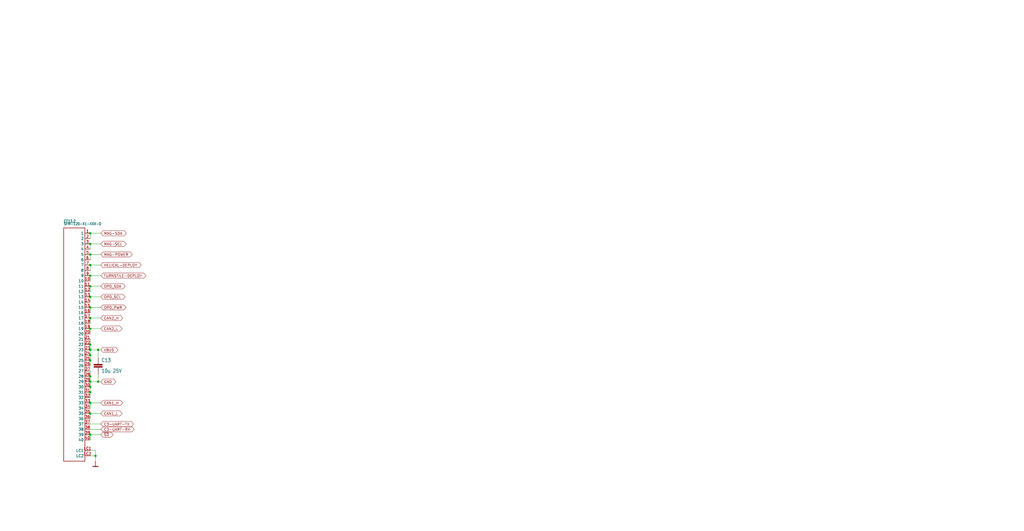
<source format=kicad_sch>
(kicad_sch (version 20211123) (generator eeschema)
  (paper "User" 490.22 254.406)
  (lib_symbols
    (symbol "oresat-backplane-2u-eagle-import:GND" (power)
      (symbol "GND_1_0"
        (polyline (pts (xy -1.27 -2.54) (xy 1.27 -2.54)) (stroke (width 0.4064)))
        (pin power_in line (at 0 0 270) (length 2.54) (name "GND") (number "1"))
      )
    )
    (symbol "oresat-backplane-2u-eagle-import:SFM-120-X1-XXX-D"
      (property "Reference" "J" (at -2.54 50.8 0))
      (property "Value" "SFM-120-X1-XXX-D" (at -2.54 49.53 0))
      (symbol "SFM-120-X1-XXX-D_1_0"
        (polyline (pts (xy -2.54 -63.5) (xy -2.54 48.26)) (stroke (width 0.254)))
        (polyline (pts (xy -2.54 48.26) (xy 7.62 48.26)) (stroke (width 0.254)))
        (polyline (pts (xy 7.62 -63.5) (xy -2.54 -63.5)) (stroke (width 0.254)))
        (polyline (pts (xy 7.62 48.26) (xy 7.62 -63.5)) (stroke (width 0.254)))
        (pin passive line (at 10.16 45.72 180) (length 2.54) (name "1") (number "1"))
        (pin passive line (at 10.16 22.86 180) (length 2.54) (name "10") (number "10"))
        (pin passive line (at 10.16 20.32 180) (length 2.54) (name "11") (number "11"))
        (pin passive line (at 10.16 17.78 180) (length 2.54) (name "12") (number "12"))
        (pin passive line (at 10.16 15.24 180) (length 2.54) (name "13") (number "13"))
        (pin passive line (at 10.16 12.7 180) (length 2.54) (name "14") (number "14"))
        (pin passive line (at 10.16 10.16 180) (length 2.54) (name "15") (number "15"))
        (pin passive line (at 10.16 7.62 180) (length 2.54) (name "16") (number "16"))
        (pin passive line (at 10.16 5.08 180) (length 2.54) (name "17") (number "17"))
        (pin passive line (at 10.16 2.54 180) (length 2.54) (name "18") (number "18"))
        (pin passive line (at 10.16 0 180) (length 2.54) (name "19") (number "19"))
        (pin passive line (at 10.16 43.18 180) (length 2.54) (name "2") (number "2"))
        (pin passive line (at 10.16 -2.54 180) (length 2.54) (name "20") (number "20"))
        (pin passive line (at 10.16 -5.08 180) (length 2.54) (name "21") (number "21"))
        (pin passive line (at 10.16 -7.62 180) (length 2.54) (name "22") (number "22"))
        (pin passive line (at 10.16 -10.16 180) (length 2.54) (name "23") (number "23"))
        (pin passive line (at 10.16 -12.7 180) (length 2.54) (name "24") (number "24"))
        (pin passive line (at 10.16 -15.24 180) (length 2.54) (name "25") (number "25"))
        (pin passive line (at 10.16 -17.78 180) (length 2.54) (name "26") (number "26"))
        (pin passive line (at 10.16 -20.32 180) (length 2.54) (name "27") (number "27"))
        (pin passive line (at 10.16 -22.86 180) (length 2.54) (name "28") (number "28"))
        (pin passive line (at 10.16 -25.4 180) (length 2.54) (name "29") (number "29"))
        (pin passive line (at 10.16 40.64 180) (length 2.54) (name "3") (number "3"))
        (pin passive line (at 10.16 -27.94 180) (length 2.54) (name "30") (number "30"))
        (pin passive line (at 10.16 -30.48 180) (length 2.54) (name "31") (number "31"))
        (pin passive line (at 10.16 -33.02 180) (length 2.54) (name "32") (number "32"))
        (pin passive line (at 10.16 -35.56 180) (length 2.54) (name "33") (number "33"))
        (pin passive line (at 10.16 -38.1 180) (length 2.54) (name "34") (number "34"))
        (pin passive line (at 10.16 -40.64 180) (length 2.54) (name "35") (number "35"))
        (pin passive line (at 10.16 -43.18 180) (length 2.54) (name "36") (number "36"))
        (pin passive line (at 10.16 -45.72 180) (length 2.54) (name "37") (number "37"))
        (pin passive line (at 10.16 -48.26 180) (length 2.54) (name "38") (number "38"))
        (pin passive line (at 10.16 -50.8 180) (length 2.54) (name "39") (number "39"))
        (pin passive line (at 10.16 38.1 180) (length 2.54) (name "4") (number "4"))
        (pin passive line (at 10.16 -53.34 180) (length 2.54) (name "40") (number "40"))
        (pin passive line (at 10.16 35.56 180) (length 2.54) (name "5") (number "5"))
        (pin passive line (at 10.16 33.02 180) (length 2.54) (name "6") (number "6"))
        (pin passive line (at 10.16 30.48 180) (length 2.54) (name "7") (number "7"))
        (pin passive line (at 10.16 27.94 180) (length 2.54) (name "8") (number "8"))
        (pin passive line (at 10.16 25.4 180) (length 2.54) (name "9") (number "9"))
        (pin passive line (at 10.16 -58.42 180) (length 2.54) (name "LC1") (number "LC1"))
        (pin passive line (at 10.16 -60.96 180) (length 2.54) (name "LC2") (number "LC2"))
      )
    )
    (symbol "oresat0-1u-backplane-eagle-import:C-EU1206-B"
      (property "Reference" "C" (at 1.524 0.381 0))
      (property "Value" "C-EU1206-B" (at 1.524 -4.699 0))
      (symbol "C-EU1206-B_1_0"
        (rectangle (start -2.032 -2.032) (end 2.032 -1.524) (fill (type outline)))
        (rectangle (start -2.032 -1.016) (end 2.032 -0.508) (fill (type outline)))
        (polyline (pts (xy 0 -2.54) (xy 0 -2.032)) (stroke (width 0.1524)))
        (polyline (pts (xy 0 0) (xy 0 -0.508)) (stroke (width 0.1524)))
        (pin passive line (at 0 2.54 270) (length 2.54) (name "1") (number "1"))
        (pin passive line (at 0 -5.08 90) (length 2.54) (name "2") (number "2"))
      )
    )
  )
  (junction (at 46.99 167.64))
  (junction (at 43.18 152.4))
  (junction (at 43.18 198.12))
  (junction (at 45.72 218.44))
  (junction (at 43.18 127))
  (junction (at 43.18 137.16))
  (junction (at 43.18 208.28))
  (junction (at 43.18 165.1))
  (junction (at 43.18 157.48))
  (junction (at 43.18 193.04))
  (junction (at 43.18 142.24))
  (junction (at 43.18 111.76))
  (junction (at 43.18 167.64))
  (junction (at 43.18 170.18))
  (junction (at 43.18 180.34))
  (junction (at 43.18 116.84))
  (junction (at 43.18 132.08))
  (junction (at 43.18 147.32))
  (junction (at 43.18 182.88))
  (junction (at 43.18 121.92))
  (junction (at 46.99 182.88))
  (junction (at 43.18 172.72))
  (junction (at 43.18 185.42))
  (junction (at 43.18 187.96))
  (wire (pts (xy 48.26 167.64) (xy 46.99 167.64)))
  (wire (pts (xy 46.99 167.64) (xy 43.18 167.64)))
  (wire (pts (xy 43.18 215.9) (xy 45.72 215.9)))
  (wire (pts (xy 43.18 152.4) (xy 43.18 154.94)))
  (wire (pts (xy 43.18 157.48) (xy 43.18 160.02)))
  (wire (pts (xy 43.18 111.76) (xy 48.26 111.76)))
  (wire (pts (xy 48.26 142.24) (xy 43.18 142.24)))
  (wire (pts (xy 48.26 157.48) (xy 43.18 157.48)))
  (wire (pts (xy 43.18 170.18) (xy 43.18 172.72)))
  (wire (pts (xy 43.18 132.08) (xy 43.18 134.62)))
  (wire (pts (xy 43.18 172.72) (xy 43.18 175.26)))
  (wire (pts (xy 48.26 182.88) (xy 46.99 182.88)))
  (wire (pts (xy 43.18 152.4) (xy 48.26 152.4)))
  (wire (pts (xy 43.18 177.8) (xy 43.18 180.34)))
  (wire (pts (xy 43.18 137.16) (xy 43.18 139.7)))
  (wire (pts (xy 48.26 147.32) (xy 43.18 147.32)))
  (wire (pts (xy 43.18 182.88) (xy 43.18 185.42)))
  (wire (pts (xy 43.18 187.96) (xy 43.18 190.5)))
  (wire (pts (xy 43.18 218.44) (xy 45.72 218.44)))
  (wire (pts (xy 48.26 203.2) (xy 43.18 203.2)))
  (wire (pts (xy 48.26 132.08) (xy 43.18 132.08)))
  (wire (pts (xy 43.18 162.56) (xy 43.18 165.1)))
  (wire (pts (xy 43.18 121.92) (xy 43.18 124.46)))
  (wire (pts (xy 43.18 111.76) (xy 43.18 114.3)))
  (wire (pts (xy 46.99 182.88) (xy 43.18 182.88)))
  (wire (pts (xy 45.72 215.9) (xy 45.72 218.44)))
  (wire (pts (xy 43.18 116.84) (xy 43.18 119.38)))
  (wire (pts (xy 43.18 116.84) (xy 48.26 116.84)))
  (wire (pts (xy 43.18 198.12) (xy 43.18 200.66)))
  (wire (pts (xy 43.18 167.64) (xy 43.18 170.18)))
  (wire (pts (xy 43.18 180.34) (xy 43.18 182.88)))
  (wire (pts (xy 43.18 121.92) (xy 48.26 121.92)))
  (wire (pts (xy 48.26 193.04) (xy 43.18 193.04)))
  (wire (pts (xy 43.18 127) (xy 43.18 129.54)))
  (wire (pts (xy 48.26 137.16) (xy 43.18 137.16)))
  (wire (pts (xy 43.18 165.1) (xy 43.18 167.64)))
  (wire (pts (xy 43.18 127) (xy 48.26 127)))
  (wire (pts (xy 43.18 185.42) (xy 43.18 187.96)))
  (wire (pts (xy 43.18 147.32) (xy 43.18 149.86)))
  (wire (pts (xy 45.72 218.44) (xy 45.72 220.98)))
  (wire (pts (xy 43.18 205.74) (xy 48.26 205.74)))
  (wire (pts (xy 48.26 208.28) (xy 43.18 208.28)))
  (wire (pts (xy 46.99 179.07) (xy 46.99 182.88)))
  (wire (pts (xy 43.18 208.28) (xy 43.18 210.82)))
  (wire (pts (xy 43.18 142.24) (xy 43.18 144.78)))
  (wire (pts (xy 48.26 198.12) (xy 43.18 198.12)))
  (wire (pts (xy 46.99 167.64) (xy 46.99 171.45)))
  (wire (pts (xy 43.18 193.04) (xy 43.18 195.58)))
  (global_label "MAG-SDA" (shape bidirectional) (at 48.26 111.76 0) (effects (font (size 1.2446 1.2446))) (property "Intersheet References" "${INTERSHEET_REFS}" (effects hide)))
  (global_label "MAG-SCL" (shape bidirectional) (at 48.26 116.84 0) (effects (font (size 1.2446 1.2446))) (property "Intersheet References" "${INTERSHEET_REFS}" (effects hide)))
  (global_label "OPD_SCL" (shape bidirectional) (at 48.26 142.24 0) (effects (font (size 1.2446 1.2446))) (property "Intersheet References" "${INTERSHEET_REFS}" (effects hide)))
  (global_label "C3-UART-RX" (shape bidirectional) (at 48.26 205.74 0) (effects (font (size 1.2446 1.2446))) (property "Intersheet References" "${INTERSHEET_REFS}" (effects hide)))
  (global_label "CAN2_H" (shape bidirectional) (at 48.26 152.4 0) (effects (font (size 1.2446 1.2446))) (property "Intersheet References" "${INTERSHEET_REFS}" (effects hide)))
  (global_label "CAN1_H" (shape bidirectional) (at 48.26 193.04 0) (effects (font (size 1.2446 1.2446))) (property "Intersheet References" "${INTERSHEET_REFS}" (effects hide)))
  (global_label "~{SD}" (shape bidirectional) (at 48.26 208.28 0) (effects (font (size 1.2446 1.2446))) (property "Intersheet References" "${INTERSHEET_REFS}" (effects hide)))
  (global_label "MAG-POWER" (shape bidirectional) (at 48.26 121.92 0) (effects (font (size 1.2446 1.2446))) (property "Intersheet References" "${INTERSHEET_REFS}" (effects hide)))
  (global_label "OPD_SDA" (shape bidirectional) (at 48.26 137.16 0) (effects (font (size 1.2446 1.2446))) (property "Intersheet References" "${INTERSHEET_REFS}" (effects hide)))
  (global_label "GND" (shape bidirectional) (at 48.26 182.88 0) (effects (font (size 1.2446 1.2446))) (property "Intersheet References" "${INTERSHEET_REFS}" (effects hide)))
  (global_label "C3-UART-TX" (shape bidirectional) (at 48.26 203.2 0) (effects (font (size 1.2446 1.2446))) (property "Intersheet References" "${INTERSHEET_REFS}" (effects hide)))
  (global_label "OPD_PWR" (shape bidirectional) (at 48.26 147.32 0) (effects (font (size 1.2446 1.2446))) (property "Intersheet References" "${INTERSHEET_REFS}" (effects hide)))
  (global_label "TURNSTILE-DEPLOY" (shape bidirectional) (at 48.26 132.08 0) (effects (font (size 1.2446 1.2446))) (property "Intersheet References" "${INTERSHEET_REFS}" (effects hide)))
  (global_label "CAN1_L" (shape bidirectional) (at 48.26 198.12 0) (effects (font (size 1.2446 1.2446))) (property "Intersheet References" "${INTERSHEET_REFS}" (effects hide)))
  (global_label "HELICAL-DEPLOY" (shape bidirectional) (at 48.26 127 0) (effects (font (size 1.2446 1.2446))) (property "Intersheet References" "${INTERSHEET_REFS}" (effects hide)))
  (global_label "VBUS" (shape bidirectional) (at 48.26 167.64 0) (effects (font (size 1.2446 1.2446))) (property "Intersheet References" "${INTERSHEET_REFS}" (effects hide)))
  (global_label "CAN2_L" (shape bidirectional) (at 48.26 157.48 0) (effects (font (size 1.2446 1.2446))) (property "Intersheet References" "${INTERSHEET_REFS}" (effects hide)))
  (symbol (lib_id "oresat-backplane-2u-eagle-import:SFM-120-X1-XXX-D") (at 33.02 157.48 0) (unit 1)
    (property "Reference" "CF13.2" (at 30.48 106.68 0) (effects (font (size 1.27 1.0795)) (justify left bottom)))
    (property "Value" "SFM-120-X1-XXX-D" (at 30.48 107.95 0) (effects (font (size 1.27 1.0795)) (justify left bottom)))
    (property "Footprint" "oresat-connectors:J-SAMTEC-SFM-120-X1-XXX-D" (effects hide))
  )
  (symbol (lib_id "oresat0-1u-backplane-eagle-import:C-EU1206-B") (at 46.99 173.99 0) (unit 1)
    (property "Reference" "C13" (at 48.514 173.609 0) (effects (font (size 1.778 1.5113)) (justify left bottom)))
    (property "Value" "10u 25V" (at 48.514 178.689 0) (effects (font (size 1.778 1.5113)) (justify left bottom)))
    (property "Footprint" "Capacitor_SMD:C_1206_3216Metric" (effects hide))
  )
  (symbol (lib_id "oresat-backplane-2u-eagle-import:GND") (at 45.72 220.98 0) (unit 1)
    (property "Reference" "#GND0112" (effects hide))
    (property "Value" "GND" (effects hide))
    (property "Footprint" "oresat-backplane-2u:" (effects hide))
  )
)
</source>
